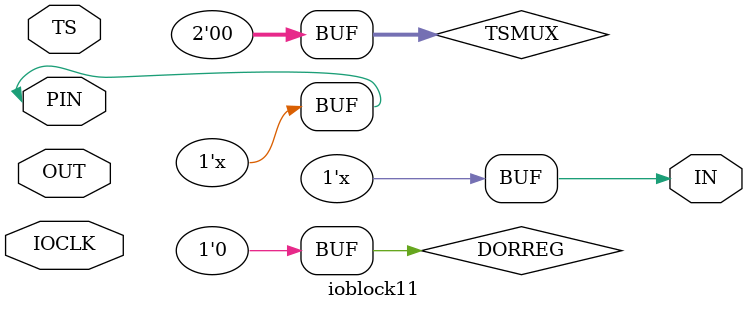
<source format=v>
module ioblock11(
	       inout  PIN,
	       input  TS,
	       input  OUT,
	       output IN,
	       input IOCLK
	       );
   
   reg 		     D;
   reg [2-1:0] 	     TSMUX;
   reg 		     DORREG;

   assign PIN = ( TSMUX == 2'b00 ) ? 1'bz : (( TSMUX == 2'b01 && TS == 1'b1 ) ? OUT : (( TSMUX == 2'b01 && TS == 1'b0 ) ? 1'bz : OUT));
   assign IN  = ( DORREG == 1'b0 ) ? PIN  : D;
   
   initial
     begin
	D=1'b0;
	TSMUX=2'b00;
	DORREG=1'b0;
     end
   
   always @(posedge IOCLK) D=PIN;
   
endmodule       

</source>
